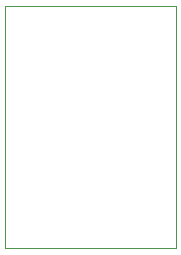
<source format=gbr>
%TF.GenerationSoftware,KiCad,Pcbnew,(6.0.6-0)*%
%TF.CreationDate,2022-08-17T23:58:55-07:00*%
%TF.ProjectId,mmc5983ma,6d6d6335-3938-4336-9d61-2e6b69636164,rev?*%
%TF.SameCoordinates,Original*%
%TF.FileFunction,Profile,NP*%
%FSLAX46Y46*%
G04 Gerber Fmt 4.6, Leading zero omitted, Abs format (unit mm)*
G04 Created by KiCad (PCBNEW (6.0.6-0)) date 2022-08-17 23:58:55*
%MOMM*%
%LPD*%
G01*
G04 APERTURE LIST*
%TA.AperFunction,Profile*%
%ADD10C,0.100000*%
%TD*%
G04 APERTURE END LIST*
D10*
X100000000Y-100000000D02*
X114500000Y-100000000D01*
X114500000Y-100000000D02*
X114500000Y-120500000D01*
X114500000Y-120500000D02*
X100000000Y-120500000D01*
X100000000Y-120500000D02*
X100000000Y-100000000D01*
M02*

</source>
